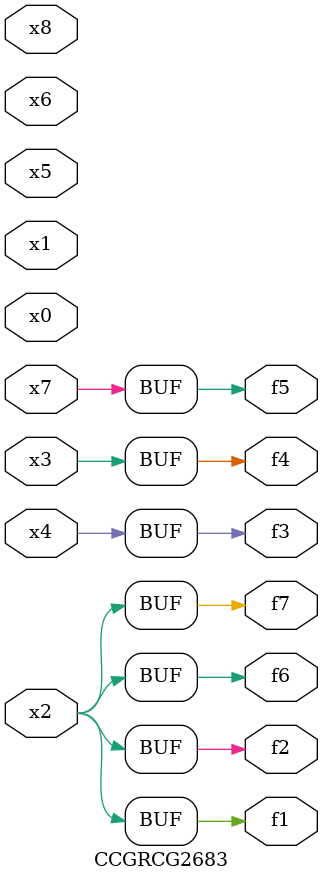
<source format=v>
module CCGRCG2683(
	input x0, x1, x2, x3, x4, x5, x6, x7, x8,
	output f1, f2, f3, f4, f5, f6, f7
);
	assign f1 = x2;
	assign f2 = x2;
	assign f3 = x4;
	assign f4 = x3;
	assign f5 = x7;
	assign f6 = x2;
	assign f7 = x2;
endmodule

</source>
